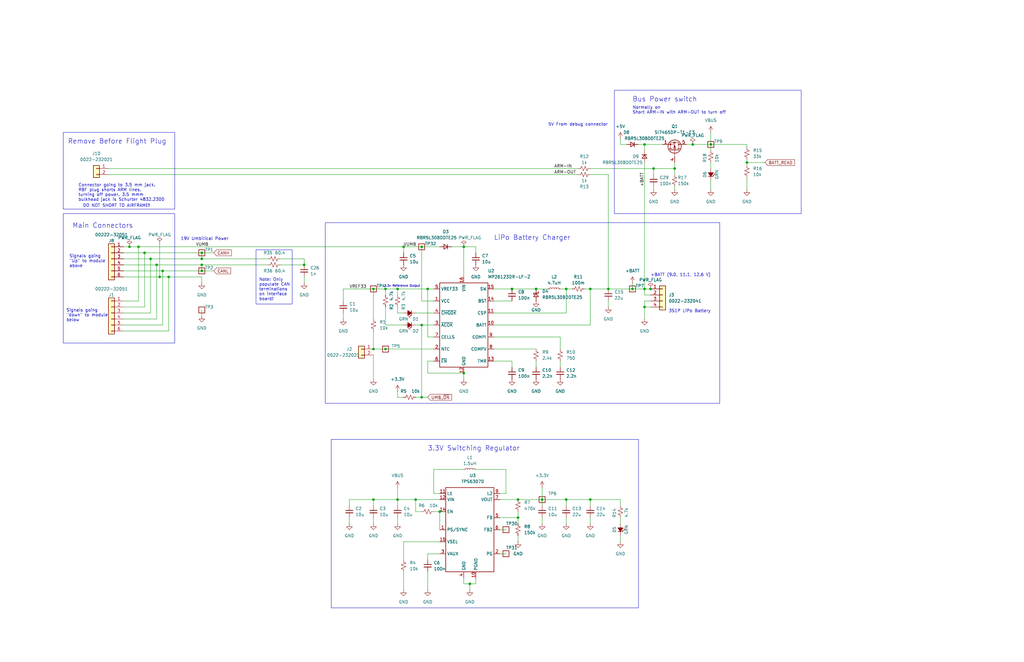
<source format=kicad_sch>
(kicad_sch (version 20250114) (generator "eeschema") (generator_version "9.0")
  (paper "USLedger")
  (title_block (title "Electromechanical Recovery System Board") (date "2024-03-XX") (rev "3.1"))
  (rectangle (start 259.08 38.1) (end 337.82 90.17))
  (rectangle (start 26.67 90.17) (end 73.66 144.78))
  (rectangle (start 107.95 105.41) (end 123.19 128.27))
  (rectangle (start 137.16 93.98) (end 303.53 170.18))
  (rectangle (start 26.67 55.88) (end 73.66 88.265))
  (text "3.3v Reference Output" (at 161.925 121.285 0) (effects (font (size 0.889 0.889)) (justify left bottom)))
  (text "Remove Before Flight Plug" (at 28.575 60.96 0) (effects (font (size 2.032 2.032)) (justify left bottom)))
  (text "3.3V Switching Regulator" (at 180.34 190.5 0) (effects (font (size 2.032 2.032)) (justify left bottom)))
  (text "Note: Only \npopulate CAN \nterminations\non interface\nboard!" (at 109.22 127 0) (effects (font (size 1.27 1.27)) (justify left bottom)))
  (text "19V Umbilical Power" (at 76.2 101.6 0) (effects (font (size 1.27 1.27)) (justify left bottom)))
  (text "Bus Power switch" (at 266.7 43.18 0) (effects (font (size 2.032 2.032)) (justify left bottom)))
  (text "DO NOT SHORT TO AIRFRAME!" (at 34.925 87.63 0) (effects (font (size 1.27 1.27)) (justify left bottom)))
  (text "3S1P LiPo Battery" (at 281.94 132.08 0) (effects (font (size 1.27 1.27)) (justify left bottom)))
  (text "5V From debug connector" (at 231.14 53.34 0) (effects (font (size 1.27 1.27)) (justify left bottom)))
  (text "+BATT (9.0, 11.1, 12.6 V)" (at 274.32 116.84 0) (effects (font (size 1.27 1.27)) (justify left bottom)))
  (text "Signals going \n\"Up\" to module \nabove" (at 29.21 113.03 0) (effects (font (size 1.27 1.27)) (justify left bottom)))
  (text "Normally on\nShort ARM-IN with ARM-OUT to turn off" (at 266.7 48.26 0) (effects (font (size 1.27 1.27)) (justify left bottom)))
  (text "Main Connectors" (at 30.48 96.52 0) (effects (font (size 2.032 2.032)) (justify left bottom)))
  (text "Connector going to 3.5 mm jack.\nRBF plug shorts ARM lines,\nturning off power. 3.5 mmm \nbulkhead jack is Schurter 4832.2300" (at 33.02 85.09 0) (effects (font (size 1.27 1.27)) (justify left bottom)))
  (text "Signals going \n\"down\" to module \nbelow" (at 27.94 135.89 0) (effects (font (size 1.27 1.27)) (justify left bottom)))
  (text "LiPo Battery Charger" (at 208.28 101.6 0) (effects (font (size 2.032 2.032)) (justify left bottom)))
  (junction (at 66.04 111.76))
  (junction (at 248.92 121.92))
  (junction (at 128.27 111.76))
  (junction (at 218.44 218.44))
  (junction (at 157.48 121.92))
  (junction (at 175.26 210.82))
  (junction (at 284.48 71.12))
  (junction (at 85.09 106.68))
  (junction (at 198.12 246.38))
  (junction (at 157.48 147.32))
  (junction (at 271.78 121.92))
  (junction (at 248.92 210.82))
  (junction (at 177.8 104.14))
  (junction (at 63.5 109.22))
  (junction (at 85.09 109.22))
  (junction (at 215.9 121.92))
  (junction (at 180.34 121.92))
  (junction (at 275.59 71.12))
  (junction (at 256.54 121.92))
  (junction (at 292.1 60.96))
  (junction (at 67.31 116.84))
  (junction (at 299.72 60.96))
  (junction (at 162.56 147.32))
  (junction (at 228.6 210.82))
  (junction (at 68.58 114.3))
  (junction (at 218.44 210.82))
  (junction (at 226.06 121.92))
  (junction (at 185.42 215.9))
  (junction (at 177.8 137.16))
  (junction (at 170.18 104.14))
  (junction (at 58.42 104.14))
  (junction (at 177.8 167.64))
  (junction (at 157.48 210.82))
  (junction (at 60.96 106.68))
  (junction (at 162.56 121.92))
  (junction (at 238.76 210.82))
  (junction (at 71.12 116.84))
  (junction (at 195.58 157.48))
  (junction (at 271.78 129.54))
  (junction (at 85.09 111.76))
  (junction (at 167.64 121.92))
  (junction (at 167.64 210.82))
  (junction (at 266.7 121.92))
  (junction (at 238.76 121.92))
  (junction (at 271.78 60.96))
  (junction (at 54.61 104.14))
  (junction (at 274.32 121.92))
  (junction (at 85.09 114.3))
  (junction (at 195.58 104.14))
  (junction (at 314.96 68.58))
  (wire (pts (xy 213.36 208.28) (xy 210.82 208.28)))
  (wire (pts (xy 170.18 228.6) (xy 170.18 236.22)))
  (wire (pts (xy 68.58 114.3) (xy 85.09 114.3)))
  (wire (pts (xy 218.44 226.06) (xy 218.44 228.6)))
  (wire (pts (xy 284.48 68.58) (xy 284.48 71.12)))
  (wire (pts (xy 180.34 233.68) (xy 185.42 233.68)))
  (wire (pts (xy 63.5 109.22) (xy 85.09 109.22)))
  (wire (pts (xy 210.82 223.52) (xy 213.36 223.52)))
  (wire (pts (xy 177.8 104.14) (xy 170.18 104.14)))
  (wire (pts (xy 256.54 121.92) (xy 266.7 121.92)))
  (wire (pts (xy 271.78 129.54) (xy 274.32 129.54)))
  (wire (pts (xy 177.8 137.16) (xy 182.88 137.16)))
  (wire (pts (xy 144.78 121.92) (xy 157.48 121.92)))
  (wire (pts (xy 198.12 246.38) (xy 195.58 246.38)))
  (wire (pts (xy 167.64 210.82) (xy 157.48 210.82)))
  (wire (pts (xy 236.22 121.92) (xy 238.76 121.92)))
  (wire (pts (xy 162.56 137.16) (xy 170.18 137.16)))
  (wire (pts (xy 238.76 210.82) (xy 228.6 210.82)))
  (wire (pts (xy 299.72 76.2) (xy 299.72 80.01)))
  (wire (pts (xy 66.04 134.62) (xy 66.04 111.76)))
  (wire (pts (xy 177.8 167.64) (xy 180.34 167.64)))
  (wire (pts (xy 175.26 215.9) (xy 175.26 210.82)))
  (wire (pts (xy 182.88 142.24) (xy 180.34 142.24)))
  (wire (pts (xy 190.5 104.14) (xy 195.58 104.14)))
  (wire (pts (xy 299.72 55.88) (xy 299.72 60.96)))
  (wire (pts (xy 157.48 139.7) (xy 157.48 147.32)))
  (wire (pts (xy 128.27 116.84) (xy 128.27 119.38)))
  (wire (pts (xy 271.78 121.92) (xy 274.32 121.92)))
  (wire (pts (xy 299.72 60.96) (xy 299.72 63.5)))
  (wire (pts (xy 248.92 73.66) (xy 256.54 73.66)))
  (wire (pts (xy 147.32 210.82) (xy 147.32 213.36)))
  (wire (pts (xy 208.28 121.92) (xy 215.9 121.92)))
  (wire (pts (xy 314.96 62.23) (xy 314.96 60.96)))
  (wire (pts (xy 144.78 127) (xy 144.78 121.92)))
  (wire (pts (xy 261.62 226.06) (xy 261.62 228.6)))
  (wire (pts (xy 198.12 246.38) (xy 200.66 246.38)))
  (wire (pts (xy 269.24 60.96) (xy 271.78 60.96)))
  (wire (pts (xy 67.31 102.87) (xy 67.31 116.84)))
  (wire (pts (xy 271.78 60.96) (xy 279.4 60.96)))
  (wire (pts (xy 175.26 167.64) (xy 177.8 167.64)))
  (wire (pts (xy 275.59 78.74) (xy 275.59 80.01)))
  (wire (pts (xy 256.54 127) (xy 256.54 129.54)))
  (wire (pts (xy 185.42 208.28) (xy 182.88 208.28)))
  (wire (pts (xy 314.96 74.93) (xy 314.96 80.01)))
  (wire (pts (xy 162.56 121.92) (xy 162.56 124.46)))
  (wire (pts (xy 226.06 121.92) (xy 231.14 121.92)))
  (wire (pts (xy 68.58 137.16) (xy 68.58 114.3)))
  (wire (pts (xy 52.07 139.7) (xy 71.12 139.7)))
  (wire (pts (xy 167.64 218.44) (xy 167.64 220.98)))
  (wire (pts (xy 170.18 241.3) (xy 170.18 248.92)))
  (wire (pts (xy 162.56 129.54) (xy 162.56 137.16)))
  (wire (pts (xy 226.06 152.4) (xy 226.06 154.94)))
  (wire (pts (xy 274.32 124.46) (xy 271.78 124.46)))
  (wire (pts (xy 52.07 132.08) (xy 63.5 132.08)))
  (wire (pts (xy 195.58 116.84) (xy 195.58 104.14)))
  (wire (pts (xy 63.5 132.08) (xy 63.5 109.22)))
  (polyline (pts (xy 269.24 256.54) (xy 139.7 256.54)))
  (wire (pts (xy 167.64 121.92) (xy 180.34 121.92)))
  (wire (pts (xy 175.26 210.82) (xy 185.42 210.82)))
  (wire (pts (xy 271.78 60.96) (xy 271.78 63.5)))
  (wire (pts (xy 60.96 129.54) (xy 60.96 106.68)))
  (wire (pts (xy 210.82 233.68) (xy 213.36 233.68)))
  (wire (pts (xy 180.34 121.92) (xy 182.88 121.92)))
  (wire (pts (xy 147.32 218.44) (xy 147.32 220.98)))
  (wire (pts (xy 185.42 228.6) (xy 170.18 228.6)))
  (wire (pts (xy 248.92 121.92) (xy 256.54 121.92)))
  (wire (pts (xy 200.66 104.14) (xy 200.66 106.68)))
  (wire (pts (xy 248.92 213.36) (xy 248.92 210.82)))
  (wire (pts (xy 275.59 71.12) (xy 275.59 73.66)))
  (wire (pts (xy 52.07 134.62) (xy 66.04 134.62)))
  (polyline (pts (xy 139.7 185.42) (xy 269.24 185.42)))
  (wire (pts (xy 248.92 210.82) (xy 261.62 210.82)))
  (wire (pts (xy 85.09 114.3) (xy 90.17 114.3)))
  (wire (pts (xy 45.72 71.12) (xy 243.84 71.12)))
  (wire (pts (xy 167.64 132.08) (xy 170.18 132.08)))
  (wire (pts (xy 71.12 116.84) (xy 85.09 116.84)))
  (wire (pts (xy 271.78 127) (xy 271.78 129.54)))
  (wire (pts (xy 289.56 60.96) (xy 292.1 60.96)))
  (wire (pts (xy 180.34 121.92) (xy 180.34 142.24)))
  (wire (pts (xy 180.34 157.48) (xy 195.58 157.48)))
  (wire (pts (xy 236.22 142.24) (xy 236.22 147.32)))
  (wire (pts (xy 215.9 121.92) (xy 226.06 121.92)))
  (wire (pts (xy 52.07 109.22) (xy 63.5 109.22)))
  (wire (pts (xy 177.8 104.14) (xy 177.8 127)))
  (wire (pts (xy 215.9 154.94) (xy 215.9 152.4)))
  (wire (pts (xy 180.34 152.4) (xy 180.34 157.48)))
  (wire (pts (xy 284.48 71.12) (xy 284.48 73.66)))
  (wire (pts (xy 238.76 121.92) (xy 238.76 132.08)))
  (wire (pts (xy 177.8 104.14) (xy 185.42 104.14)))
  (wire (pts (xy 208.28 147.32) (xy 226.06 147.32)))
  (wire (pts (xy 248.92 218.44) (xy 248.92 220.98)))
  (wire (pts (xy 218.44 210.82) (xy 210.82 210.82)))
  (wire (pts (xy 261.62 58.42) (xy 261.62 60.96)))
  (wire (pts (xy 52.07 106.68) (xy 60.96 106.68)))
  (wire (pts (xy 157.48 147.32) (xy 162.56 147.32)))
  (wire (pts (xy 271.78 124.46) (xy 271.78 121.92)))
  (wire (pts (xy 85.09 116.84) (xy 85.09 119.38)))
  (wire (pts (xy 52.07 104.14) (xy 54.61 104.14)))
  (wire (pts (xy 185.42 215.9) (xy 185.42 223.52)))
  (wire (pts (xy 261.62 210.82) (xy 261.62 213.36)))
  (wire (pts (xy 67.31 116.84) (xy 71.12 116.84)))
  (wire (pts (xy 248.92 137.16) (xy 208.28 137.16)))
  (wire (pts (xy 228.6 210.82) (xy 218.44 210.82)))
  (wire (pts (xy 208.28 142.24) (xy 236.22 142.24)))
  (wire (pts (xy 261.62 218.44) (xy 261.62 220.98)))
  (wire (pts (xy 256.54 73.66) (xy 256.54 121.92)))
  (wire (pts (xy 128.27 111.76) (xy 128.27 109.22)))
  (wire (pts (xy 71.12 139.7) (xy 71.12 116.84)))
  (wire (pts (xy 85.09 106.68) (xy 85.09 109.22)))
  (wire (pts (xy 45.72 73.66) (xy 243.84 73.66)))
  (wire (pts (xy 157.48 218.44) (xy 157.48 220.98)))
  (wire (pts (xy 218.44 218.44) (xy 218.44 215.9)))
  (wire (pts (xy 314.96 67.31) (xy 314.96 68.58)))
  (wire (pts (xy 167.64 129.54) (xy 167.64 132.08)))
  (wire (pts (xy 175.26 137.16) (xy 177.8 137.16)))
  (wire (pts (xy 85.09 130.81) (xy 85.09 133.35)))
  (wire (pts (xy 182.88 215.9) (xy 185.42 215.9)))
  (wire (pts (xy 128.27 109.22) (xy 118.11 109.22)))
  (wire (pts (xy 167.64 167.64) (xy 170.18 167.64)))
  (wire (pts (xy 292.1 60.96) (xy 299.72 60.96)))
  (wire (pts (xy 144.78 132.08) (xy 144.78 134.62)))
  (wire (pts (xy 274.32 127) (xy 271.78 127)))
  (wire (pts (xy 52.07 137.16) (xy 68.58 137.16)))
  (wire (pts (xy 208.28 127) (xy 215.9 127)))
  (wire (pts (xy 58.42 104.14) (xy 170.18 104.14)))
  (wire (pts (xy 52.07 116.84) (xy 67.31 116.84)))
  (wire (pts (xy 238.76 121.92) (xy 241.3 121.92)))
  (wire (pts (xy 167.64 210.82) (xy 175.26 210.82)))
  (wire (pts (xy 213.36 198.12) (xy 213.36 208.28)))
  (wire (pts (xy 248.92 71.12) (xy 275.59 71.12)))
  (wire (pts (xy 85.09 111.76) (xy 85.09 114.3)))
  (wire (pts (xy 238.76 213.36) (xy 238.76 210.82)))
  (wire (pts (xy 182.88 208.28) (xy 182.88 198.12)))
  (wire (pts (xy 299.72 60.96) (xy 314.96 60.96)))
  (wire (pts (xy 170.18 104.14) (xy 170.18 106.68)))
  (wire (pts (xy 271.78 68.58) (xy 271.78 121.92)))
  (wire (pts (xy 266.7 119.38) (xy 266.7 121.92)))
  (wire (pts (xy 195.58 104.14) (xy 200.66 104.14)))
  (wire (pts (xy 85.09 106.68) (xy 90.17 106.68)))
  (wire (pts (xy 66.04 111.76) (xy 85.09 111.76)))
  (wire (pts (xy 118.11 111.76) (xy 128.27 111.76)))
  (wire (pts (xy 195.58 157.48) (xy 195.58 160.02)))
  (wire (pts (xy 236.22 152.4) (xy 236.22 154.94)))
  (wire (pts (xy 167.64 121.92) (xy 167.64 124.46)))
  (wire (pts (xy 228.6 210.82) (xy 228.6 213.36)))
  (wire (pts (xy 238.76 132.08) (xy 208.28 132.08)))
  (wire (pts (xy 157.48 210.82) (xy 157.48 213.36)))
  (wire (pts (xy 284.48 78.74) (xy 284.48 80.01)))
  (wire (pts (xy 228.6 218.44) (xy 228.6 220.98)))
  (wire (pts (xy 167.64 205.74) (xy 167.64 210.82)))
  (wire (pts (xy 52.07 129.54) (xy 60.96 129.54)))
  (wire (pts (xy 58.42 127) (xy 52.07 127)))
  (wire (pts (xy 210.82 218.44) (xy 218.44 218.44)))
  (wire (pts (xy 180.34 241.3) (xy 180.34 248.92)))
  (wire (pts (xy 58.42 104.14) (xy 58.42 127)))
  (wire (pts (xy 261.62 60.96) (xy 264.16 60.96)))
  (wire (pts (xy 238.76 218.44) (xy 238.76 220.98)))
  (wire (pts (xy 195.58 243.84) (xy 195.58 246.38)))
  (wire (pts (xy 157.48 149.86) (xy 157.48 160.02)))
  (wire (pts (xy 182.88 198.12) (xy 195.58 198.12)))
  (wire (pts (xy 157.48 134.62) (xy 157.48 121.92)))
  (wire (pts (xy 157.48 121.92) (xy 162.56 121.92)))
  (wire (pts (xy 198.12 248.92) (xy 198.12 246.38)))
  (wire (pts (xy 52.07 114.3) (xy 68.58 114.3)))
  (wire (pts (xy 60.96 106.68) (xy 85.09 106.68)))
  (polyline (pts (xy 139.7 185.42) (xy 139.7 256.54)))
  (wire (pts (xy 200.66 198.12) (xy 213.36 198.12)))
  (wire (pts (xy 299.72 68.58) (xy 299.72 71.12)))
  (wire (pts (xy 85.09 109.22) (xy 113.03 109.22)))
  (wire (pts (xy 215.9 152.4) (xy 208.28 152.4)))
  (wire (pts (xy 162.56 147.32) (xy 182.88 147.32)))
  (wire (pts (xy 177.8 215.9) (xy 175.26 215.9)))
  (wire (pts (xy 167.64 210.82) (xy 167.64 213.36)))
  (wire (pts (xy 52.07 111.76) (xy 66.04 111.76)))
  (wire (pts (xy 182.88 127) (xy 177.8 127)))
  (wire (pts (xy 248.92 210.82) (xy 238.76 210.82)))
  (wire (pts (xy 54.61 104.14) (xy 58.42 104.14)))
  (wire (pts (xy 157.48 210.82) (xy 147.32 210.82)))
  (wire (pts (xy 314.96 68.58) (xy 322.58 68.58)))
  (wire (pts (xy 266.7 121.92) (xy 271.78 121.92)))
  (wire (pts (xy 162.56 121.92) (xy 167.64 121.92)))
  (wire (pts (xy 175.26 132.08) (xy 182.88 132.08)))
  (wire (pts (xy 228.6 205.74) (xy 228.6 210.82)))
  (polyline (pts (xy 269.24 185.42) (xy 269.24 256.54)))
  (wire (pts (xy 167.64 165.1) (xy 167.64 167.64)))
  (wire (pts (xy 85.09 111.76) (xy 113.03 111.76)))
  (wire (pts (xy 177.8 137.16) (xy 177.8 167.64)))
  (wire (pts (xy 218.44 218.44) (xy 218.44 220.98)))
  (wire (pts (xy 248.92 121.92) (xy 248.92 137.16)))
  (wire (pts (xy 246.38 121.92) (xy 248.92 121.92)))
  (wire (pts (xy 180.34 236.22) (xy 180.34 233.68)))
  (wire (pts (xy 275.59 71.12) (xy 284.48 71.12)))
  (wire (pts (xy 271.78 129.54) (xy 271.78 134.62)))
  (wire (pts (xy 200.66 243.84) (xy 200.66 246.38)))
  (wire (pts (xy 314.96 68.58) (xy 314.96 69.85)))
  (wire (pts (xy 182.88 152.4) (xy 180.34 152.4)))
  (label "VUMB" (at 82.55 104.14 0))
  (label "VUMB" (at 170.18 104.14 0))
  (label "VREF33" (at 147.32 121.92 0))
  (label "ARM-OUT" (at 233.68 73.66 0))
  (label "ARM-IN" (at 233.68 71.12 0))
  (label "+BATT" (at 271.78 78.74 90))
  (global_label "CANH" (shape input) (at 90.17 106.68 0) (property "Intersheetrefs" "${INTERSHEET_REFS}" (effects (hide yes))))
  (global_label "CANL" (shape input) (at 90.17 114.3 0) (property "Intersheetrefs" "${INTERSHEET_REFS}" (effects (hide yes))))
  (global_label "UMB_~{ON}" (shape input) (at 180.34 167.64 0) (property "Intersheetrefs" "${INTERSHEET_REFS}" (effects (hide yes))))
  (global_label "BATT_READ" (shape input) (at 322.58 68.58 0) (property "Intersheetrefs" "${INTERSHEET_REFS}" (effects (hide yes))))
  (symbol (lib_id "Device:C_Small") (at 236.22 157.48 0) (unit 1)
    (property "Reference" "C12" (at 238.76 156.2162 0) (effects (justify left)))
    (property "Value" "2.2n" (at 238.76 158.7562 0) (effects (justify left)))
    (property "Footprint" "Capacitor_SMD:C_0603_1608Metric" (effects (hide yes)))
    (property "Description" "CAP CER 2200PF 50V X7R 0603" (effects (hide yes)))
    (property "DPN" "1276-6530-1-ND" (effects (hide yes)))
    (property "DST" "DigiKey" (effects (hide yes)))
    (property "MFR" "Samsung Microelectronics" (effects (hide yes)))
    (property "MPN" "CL10B222KB8WPNC" (effects (hide yes)))
  )
  (symbol (lib_id "power:GND") (at 299.72 80.01 0) (unit 1)
    (property "Reference" "#PWR031" (effects (hide yes)))
    (property "Value" "GND" (at 299.72 85.09 0))
    (property "Description" "Power symbol creates a global label with name \"GND\" , ground" (effects (hide yes)))
  )
  (symbol (lib_id "Device:C_Small") (at 228.6 215.9 0) (unit 1)
    (property "Reference" "C11" (at 231.14 214.6362 0) (effects (justify left)))
    (property "Value" "10u" (at 231.14 217.1762 0) (effects (justify left)))
    (property "Footprint" "Capacitor_SMD:C_0603_1608Metric" (effects (hide yes)))
    (property "Description" "CAP CER 10UF 25V X5R 0603" (effects (hide yes)))
    (property "DPN" "490-12323-1-ND" (effects (hide yes)))
    (property "DST" "DigiKey" (effects (hide yes)))
    (property "MFR" "Murata" (effects (hide yes)))
    (property "MPN" "GRT188R61E106ME13D" (effects (hide yes)))
  )
  (symbol (lib_id "power:GND") (at 157.48 220.98 0) (unit 1)
    (property "Reference" "#PWR04" (effects (hide yes)))
    (property "Value" "GND" (at 157.48 226.06 0))
    (property "Description" "Power symbol creates a global label with name \"GND\" , ground" (effects (hide yes)))
  )
  (symbol (lib_id "psas-testpoint:Test-Point") (at 85.09 114.3 0) (unit 1) (in_bom no)
    (property "Reference" "TP2" (at 86.36 113.03 0) (effects (justify left)))
    (property "Value" "Test-Point" (effects (hide yes)))
    (property "Footprint" "psas-footprints:TP-through-hole-1X01" (effects (hide yes)))
  )
  (symbol (lib_id "power:GND") (at 275.59 80.01 0) (unit 1)
    (property "Reference" "#PWR06" (effects (hide yes)))
    (property "Value" "GND" (at 275.59 85.09 0))
    (property "Description" "Power symbol creates a global label with name \"GND\" , ground" (effects (hide yes)))
  )
  (symbol (lib_id "Connector_Generic:Conn_01x06") (at 46.99 109.22 0) (mirror y) (unit 1)
    (property "Reference" "J8" (at 46.99 101.6 0))
    (property "Value" "00222-32051" (at 46.99 99.06 0))
    (property "Footprint" "Connector_Molex:Molex_KK-254_AE-6410-06A_1x06_P2.54mm_Vertical" (effects (hide yes)))
    (property "Datasheet" "https://www.molex.com/pdm_docs/sd/022232061_sd.pdf" (effects (hide yes)))
    (property "Description" "CONN HEADER VERT 6POS 2.54MM HIGH PRESSURE" (effects (hide yes)))
    (property "DPN" "WM4204-ND" (effects (hide yes)))
    (property "DST" "DigiKey" (effects (hide yes)))
    (property "MFR" "Molex" (effects (hide yes)))
    (property "MPN" "22232061" (effects (hide yes)))
  )
  (symbol (lib_id "power:GND") (at 226.06 160.02 0) (unit 1)
    (property "Reference" "#PWR018" (effects (hide yes)))
    (property "Value" "GND" (at 226.06 165.1 0))
    (property "Description" "Power symbol creates a global label with name \"GND\" , ground" (effects (hide yes)))
  )
  (symbol (lib_id "Device:LED_Small_Filled") (at 172.72 137.16 180) (unit 1)
    (property "Reference" "D2" (at 175.26 139.7 0))
    (property "Value" "GRN" (at 170.18 139.7 0))
    (property "Footprint" "LED_SMD:LED_0603_1608Metric" (effects (hide yes)))
    (property "Datasheet" "https://www.we-online.com/components/products/datasheet/150060GS75000.pdf" (effects (hide yes)))
    (property "Description" "Green 520nm LED Indication - Discrete 3.2V 0603 (1608 Metric) - 430 mcd @ 20 mA" (effects (hide yes)))
    (property "DPN" "732-4971-1-ND" (effects (hide yes)))
    (property "DST" "DigiKey" (effects (hide yes)))
    (property "MFR" "Wurth" (effects (hide yes)))
    (property "MPN" "150060GS75000" (effects (hide yes)))
  )
  (symbol (lib_id "power:GND") (at 228.6 220.98 0) (unit 1)
    (property "Reference" "#PWR020" (effects (hide yes)))
    (property "Value" "GND" (at 228.6 226.06 0))
    (property "Description" "Power symbol creates a global label with name \"GND\" , ground" (effects (hide yes)))
  )
  (symbol (lib_id "Device:R_Small_US") (at 246.38 71.12 90) (unit 1)
    (property "Reference" "R12" (at 246.38 66.04 90))
    (property "Value" "1k" (at 246.38 68.58 90))
    (property "Footprint" "Resistor_SMD:R_0603_1608Metric" (effects (hide yes)))
    (property "Description" "RES 1K OHM 1% 1/10W 0603" (effects (hide yes)))
    (property "DPN" "311-1.00KHRCT-ND" (effects (hide yes)))
    (property "DST" "DigiKey" (effects (hide yes)))
    (property "MFR" "Yageo" (effects (hide yes)))
    (property "MPN" "RC0603FR-071KL" (effects (hide yes)))
  )
  (symbol (lib_id "power:GND") (at 180.34 248.92 0) (unit 1)
    (property "Reference" "#PWR011" (effects (hide yes)))
    (property "Value" "GND" (at 180.34 254 0))
    (property "Description" "Power symbol creates a global label with name \"GND\" , ground" (effects (hide yes)))
  )
  (symbol (lib_id "Device:R_Small_US") (at 261.62 215.9 0) (unit 1)
    (property "Reference" "R14" (at 259.08 218.44 90) (effects (justify left)))
    (property "Value" "4.7k" (at 264.16 218.44 90) (effects (justify left)))
    (property "Footprint" "Resistor_SMD:R_0603_1608Metric" (effects (hide yes)))
    (property "Description" "RES 4.7K OHM 1% 1/10W 0603" (effects (hide yes)))
    (property "DPN" "311-4.70KHRCT-ND" (effects (hide yes)))
    (property "DST" "DigiKey" (effects (hide yes)))
    (property "MFR" "Yageo" (effects (hide yes)))
    (property "MPN" "RC0603FR-074K7L" (effects (hide yes)))
  )
  (symbol (lib_id "power:GND") (at 226.06 127 0) (unit 1)
    (property "Reference" "#PWR017" (effects (hide yes)))
    (property "Value" "GND" (at 226.06 130.81 0))
    (property "Description" "Power symbol creates a global label with name \"GND\" , ground" (effects (hide yes)))
  )
  (symbol (lib_id "psas-testpoint:Test-Point") (at 157.48 121.92 0) (unit 1) (in_bom no)
    (property "Reference" "TP4" (at 158.75 120.65 0) (effects (justify left)))
    (property "Value" "Test-Point" (effects (hide yes)))
    (property "Footprint" "psas-footprints:TP-through-hole-1X01" (effects (hide yes)))
  )
  (symbol (lib_id "power:GND") (at 261.62 228.6 0) (unit 1)
    (property "Reference" "#PWR025" (effects (hide yes)))
    (property "Value" "GND" (at 261.62 233.68 0))
    (property "Description" "Power symbol creates a global label with name \"GND\" , ground" (effects (hide yes)))
  )
  (symbol (lib_id "power:GND") (at 271.78 134.62 0) (unit 1)
    (property "Reference" "#PWR028" (effects (hide yes)))
    (property "Value" "GND" (at 271.78 139.7 0))
    (property "Description" "Power symbol creates a global label with name \"GND\" , ground" (effects (hide yes)))
  )
  (symbol (lib_id "Device:R_Small_US") (at 314.96 64.77 0) (unit 1)
    (property "Reference" "R15" (at 317.5 63.4999 0) (effects (justify left)))
    (property "Value" "33k" (at 317.5 66.0399 0) (effects (justify left)))
    (property "Footprint" "Resistor_SMD:R_0603_1608Metric" (effects (hide yes)))
    (property "Description" "RES 33K OHM 1% 1/10W 0603" (effects (hide yes)))
    (property "DPN" "311-33.0KHRCT-ND" (effects (hide yes)))
    (property "DST" "DigiKey" (effects (hide yes)))
    (property "MFR" "Yageo" (effects (hide yes)))
    (property "MPN" "RC0603FR-0733KL" (effects (hide yes)))
  )
  (symbol (lib_id "Device:D_Small") (at 266.7 60.96 180) (unit 1)
    (property "Reference" "D8" (at 264.16 55.88 0))
    (property "Value" "RBR5L30BDDTE25" (at 271.78 58.42 0))
    (property "Footprint" "Diode_SMD:D_SMA" (effects (hide yes)))
    (property "Datasheet" "https://www.rohm.com/datasheet?p=RBR5L30BDD&dist=Digi-key&media=referral&source=digi-key.com&campaign=Digi-key" (effects (hide yes)))
    (property "Description" "DIODE SCHOTTKY 30V 5A PMDS" (effects (hide yes)))
    (property "DPN" "846-RBR5L30BDDTE25CT-ND" (effects (hide yes)))
    (property "DST" "DigiKey" (effects (hide yes)))
    (property "MFR" "Rohm" (effects (hide yes)))
    (property "MPN" "RBR5L30BDDTE25" (effects (hide yes)))
    (property "Sim.Device" "D" (effects (hide yes)))
    (property "Sim.Pins" "1=K 2=A" (effects (hide yes)))
  )
  (symbol (lib_id "power:PWR_FLAG") (at 292.1 60.96 0) (unit 1)
    (property "Reference" "#FLG0104" (effects (hide yes)))
    (property "Value" "PWR_FLAG" (at 292.1 57.15 0))
    (property "Description" "Special symbol for telling ERC where power comes from" (effects (hide yes)))
  )
  (symbol (lib_id "power:PWR_FLAG") (at 274.32 121.92 0) (unit 1)
    (property "Reference" "#FLG0102" (effects (hide yes)))
    (property "Value" "PWR_FLAG" (at 274.32 118.11 0))
    (property "Description" "Special symbol for telling ERC where power comes from" (effects (hide yes)))
  )
  (symbol (lib_id "power:GND") (at 248.92 220.98 0) (unit 1)
    (property "Reference" "#PWR023" (effects (hide yes)))
    (property "Value" "GND" (at 248.92 226.06 0))
    (property "Description" "Power symbol creates a global label with name \"GND\" , ground" (effects (hide yes)))
  )
  (symbol (lib_id "power:GND") (at 236.22 160.02 0) (unit 1)
    (property "Reference" "#PWR021" (effects (hide yes)))
    (property "Value" "GND" (at 236.22 165.1 0))
    (property "Description" "Power symbol creates a global label with name \"GND\" , ground" (effects (hide yes)))
  )
  (symbol (lib_id "Device:R_Small_US") (at 284.48 76.2 0) (unit 1)
    (property "Reference" "R17" (at 285.75 74.93 0) (effects (justify left)))
    (property "Value" "150k" (at 285.75 77.47 0) (effects (justify left)))
    (property "Footprint" "Resistor_SMD:R_0603_1608Metric" (effects (hide yes)))
    (property "Description" "RES 150K OHM 1% 1/10W 0603" (effects (hide yes)))
    (property "DPN" "311-150KHRCT-ND" (effects (hide yes)))
    (property "DST" "DigiKey" (effects (hide yes)))
    (property "MFR" "Yageo" (effects (hide yes)))
    (property "MPN" "RC0603FR-07150KL" (effects (hide yes)))
  )
  (symbol (lib_id "Device:L_Small") (at 233.68 121.92 90) (unit 1)
    (property "Reference" "L2" (at 233.68 116.84 90))
    (property "Value" "4.7uH" (at 233.68 119.38 90))
    (property "Footprint" "Inductor_SMD:L_Vishay_IHLP-2020" (effects (hide yes)))
    (property "Datasheet" "https://www.vishay.com/docs/34261/ihlp2020bz11.pdf" (effects (hide yes)))
    (property "Description" "FIXED IND 4.7UH 3.2A 81.3MOHM SM" (effects (hide yes)))
    (property "MPN" "IHLP2020BZER4R7M11" (effects (hide yes)))
    (property "DPN" "541-1222-1-ND" (effects (hide yes)))
    (property "DST" "DigiKey" (effects (hide yes)))
    (property "MFR" "Vishay" (effects (hide yes)))
  )
  (symbol (lib_id "Device:R_Small_US") (at 226.06 149.86 0) (unit 1)
    (property "Reference" "R9" (at 228.6 148.5899 0) (effects (justify left)))
    (property "Value" "2.4k" (at 228.6 151.1299 0) (effects (justify left)))
    (property "Footprint" "Resistor_SMD:R_0603_1608Metric" (effects (hide yes)))
    (property "Description" "RES 2.4K OHM 1% 1/10W 0603" (effects (hide yes)))
    (property "DPN" "311-2.40KHRCT-ND" (effects (hide yes)))
    (property "DST" "DigiKey" (effects (hide yes)))
    (property "MFR" "Yageo" (effects (hide yes)))
    (property "MPN" "RC0603FR-072K4L" (effects (hide yes)))
  )
  (symbol (lib_id "psas-testpoint:Test-Point") (at 299.72 60.96 0) (unit 1) (in_bom no)
    (property "Reference" "TP9" (at 300.99 59.69 0) (effects (justify left)))
    (property "Value" "Test-Point" (effects (hide yes)))
    (property "Footprint" "psas-footprints:TP-through-hole-1X01" (effects (hide yes)))
  )
  (symbol (lib_id "power:+5V") (at 261.62 58.42 0) (unit 1)
    (property "Reference" "#PWR0103" (effects (hide yes)))
    (property "Value" "+5V" (at 261.62 53.34 0))
    (property "Description" "Power symbol creates a global label with name \"+5V\"" (effects (hide yes)))
  )
  (symbol (lib_id "Device:R_Small_US") (at 170.18 238.76 0) (unit 1)
    (property "Reference" "R4" (at 172.72 237.4899 0) (effects (justify left)))
    (property "Value" "10k" (at 172.72 240.0299 0) (effects (justify left)))
    (property "Footprint" "Resistor_SMD:R_0603_1608Metric" (effects (hide yes)))
    (property "Description" "RES 10K OHM 1% 1/10W 0603" (effects (hide yes)))
    (property "DPN" "311-10.0KHRCT-ND" (effects (hide yes)))
    (property "DST" "DigiKey" (effects (hide yes)))
    (property "MFR" "Yageo" (effects (hide yes)))
    (property "MPN" "RC0603FR-0710KL" (effects (hide yes)))
  )
  (symbol (lib_id "power:GND") (at 157.48 160.02 0) (unit 1)
    (property "Reference" "#PWR05" (effects (hide yes)))
    (property "Value" "GND" (at 157.48 165.1 0))
    (property "Description" "Power symbol creates a global label with name \"GND\" , ground" (effects (hide yes)))
  )
  (symbol (lib_id "Device:R_Small_US") (at 299.72 66.04 0) (unit 1)
    (property "Reference" "R18" (at 297.18 68.58 90) (effects (justify left)))
    (property "Value" "10k" (at 302.26 68.58 90) (effects (justify left)))
    (property "Footprint" "Resistor_SMD:R_0603_1608Metric" (effects (hide yes)))
    (property "Description" "RES 10K OHM 1% 1/10W 0603" (effects (hide yes)))
    (property "DPN" "311-10.0KHRCT-ND" (effects (hide yes)))
    (property "DST" "DigiKey" (effects (hide yes)))
    (property "MFR" "Yageo" (effects (hide yes)))
    (property "MPN" "RC0603FR-0710KL" (effects (hide yes)))
  )
  (symbol (lib_id "Device:C_Small") (at 275.59 76.2 0) (unit 1)
    (property "Reference" "C29" (at 278.13 74.9362 0) (effects (justify left)))
    (property "Value" "100n" (at 278.13 77.4762 0) (effects (justify left)))
    (property "Footprint" "Capacitor_SMD:C_0603_1608Metric" (effects (hide yes)))
    (property "Description" "CAP CER 0.1UF 50V X7R 0603" (effects (hide yes)))
    (property "DPN" "1276-6854-1-ND" (effects (hide yes)))
    (property "DST" "DigiKey" (effects (hide yes)))
    (property "MFR" "Samsung Microelectronics" (effects (hide yes)))
    (property "MPN" "CL10B104KB8WPNC" (effects (hide yes)))
  )
  (symbol (lib_id "power:GND") (at 218.44 228.6 0) (unit 1)
    (property "Reference" "#PWR016" (effects (hide yes)))
    (property "Value" "GND" (at 218.44 233.68 0))
    (property "Description" "Power symbol creates a global label with name \"GND\" , ground" (effects (hide yes)))
  )
  (symbol (lib_id "Device:C_Small") (at 144.78 129.54 0) (unit 1)
    (property "Reference" "C1" (at 147.32 128.2762 0) (effects (justify left)))
    (property "Value" "10u" (at 147.32 130.8162 0) (effects (justify left)))
    (property "Footprint" "Capacitor_SMD:C_0805_2012Metric" (effects (hide yes)))
    (property "Description" "CAP CER 10UF 50V X5R 0805" (effects (hide yes)))
    (property "DPN" "490-18663-1-ND" (effects (hide yes)))
    (property "DST" "DigiKey" (effects (hide yes)))
    (property "MFR" "Murata" (effects (hide yes)))
    (property "MPN" "GRM21BR61H106KE43L" (effects (hide yes)))
  )
  (symbol (lib_id "psas-testpoint:Test-Point") (at 85.09 106.68 0) (unit 1) (in_bom no)
    (property "Reference" "TP1" (at 86.36 105.41 0) (effects (justify left)))
    (property "Value" "Test-Point" (effects (hide yes)))
    (property "Footprint" "psas-footprints:TP-through-hole-1X01" (effects (hide yes)))
  )
  (symbol (lib_id "Device:C_Small") (at 256.54 124.46 0) (unit 1)
    (property "Reference" "C15" (at 259.08 123.1962 0) (effects (justify left)))
    (property "Value" "22u" (at 259.08 125.7362 0) (effects (justify left)))
    (property "Footprint" "Capacitor_SMD:C_0805_2012Metric" (effects (hide yes)))
    (property "Description" "CAP CER 22UF 25V X5R 0805" (effects (hide yes)))
    (property "MPN" "GRT21BR61E226ME13L" (effects (hide yes)))
    (property "DPN" "490-12389-1-ND" (effects (hide yes)))
    (property "DST" "DigiKey" (effects (hide yes)))
    (property "MFR" "Murata" (effects (hide yes)))
  )
  (symbol (lib_id "Transistor_FET:Si7141DP") (at 284.48 63.5 270) (mirror x) (unit 1)
    (property "Reference" "Q1" (at 284.48 53.34 90))
    (property "Value" "SI7465DP-T1-E3" (at 284.48 55.88 90))
    (property "Footprint" "psas-footprints:PowerPAK_SO-8_Single" (effects (hide yes)))
    (property "Datasheet" "https://www.vishay.com/docs/73113/73113.pdf" (effects (hide yes)))
    (property "Description" "MOSFET P-CH 20V 60A PPAK SO-8" (effects (hide yes)))
    (property "DPN" "SI7141DP-T1-GE3CT-ND" (effects (hide yes)))
    (property "DST" "DigiKey" (effects (hide yes)))
    (property "MFR" "Vishay" (effects (hide yes)))
    (property "MPN" "SI7141DP-T1-GE3" (effects (hide yes)))
  )
  (symbol (lib_id "Connector_Generic:Conn_01x04") (at 279.4 124.46 0) (unit 1)
    (property "Reference" "J3" (at 281.94 124.4599 0) (effects (justify left)))
    (property "Value" "0022-232041" (at 281.94 126.9999 0) (effects (justify left)))
    (property "Footprint" "Connector_Molex:Molex_KK-254_AE-6410-04A_1x04_P2.54mm_Vertical" (effects (hide yes)))
    (property "Datasheet" "https://www.molex.com/en-us/products/part-detail/22232041?display=pdf" (effects (hide yes)))
    (property "Description" "CONN HEADER VERT 4POS 2.54MM HIGH PRESSURE" (effects (hide yes)))
    (property "DPN" "WM4202-ND" (effects (hide yes)))
    (property "DST" "DigiKey" (effects (hide yes)))
    (property "MFR" "Molex" (effects (hide yes)))
    (property "MPN" "22232041" (effects (hide yes)))
  )
  (symbol (lib_id "Device:C_Small") (at 167.64 215.9 0) (unit 1)
    (property "Reference" "C4" (at 170.18 214.6362 0) (effects (justify left)))
    (property "Value" "10u" (at 170.18 217.1762 0) (effects (justify left)))
    (property "Footprint" "Capacitor_SMD:C_0603_1608Metric" (effects (hide yes)))
    (property "Description" "CAP CER 10UF 25V X5R 0603" (effects (hide yes)))
    (property "DPN" "490-12323-1-ND" (effects (hide yes)))
    (property "DST" "DigiKey" (effects (hide yes)))
    (property "MFR" "Murata" (effects (hide yes)))
    (property "MPN" "GRT188R61E106ME13D" (effects (hide yes)))
  )
  (symbol (lib_id "Device:C_Small") (at 248.92 215.9 0) (unit 1)
    (property "Reference" "C14" (at 251.46 214.6362 0) (effects (justify left)))
    (property "Value" "22u" (at 251.46 217.1762 0) (effects (justify left)))
    (property "Footprint" "Capacitor_SMD:C_0805_2012Metric" (effects (hide yes)))
    (property "Description" "CAP CER 22UF 25V X5R 0805" (effects (hide yes)))
    (property "MPN" "GRT21BR61E226ME13L" (effects (hide yes)))
    (property "DPN" "490-12389-1-ND" (effects (hide yes)))
    (property "DST" "DigiKey" (effects (hide yes)))
    (property "MFR" "Murata" (effects (hide yes)))
  )
  (symbol (lib_id "Device:LED_Small_Filled") (at 261.62 223.52 270) (mirror x) (unit 1)
    (property "Reference" "D5" (at 259.08 223.52 0))
    (property "Value" "GRN" (at 264.16 223.52 0))
    (property "Footprint" "LED_SMD:LED_0603_1608Metric" (effects (hide yes)))
    (property "Datasheet" "https://www.we-online.com/components/products/datasheet/150060GS75000.pdf" (effects (hide yes)))
    (property "Description" "Green 520nm LED Indication - Discrete 3.2V 0603 (1608 Metric) - 430 mcd @ 20 mA" (effects (hide yes)))
    (property "DPN" "732-4971-1-ND" (effects (hide yes)))
    (property "DST" "DigiKey" (effects (hide yes)))
    (property "MFR" "Wurth" (effects (hide yes)))
    (property "MPN" "150060GS75000" (effects (hide yes)))
  )
  (symbol (lib_id "power:PWR_FLAG") (at 195.58 104.14 0) (unit 1)
    (property "Reference" "#FLG0105" (effects (hide yes)))
    (property "Value" "PWR_FLAG" (at 198.12 100.33 0))
    (property "Description" "Special symbol for telling ERC where power comes from" (effects (hide yes)))
  )
  (symbol (lib_id "Device:R_Small_US") (at 314.96 72.39 0) (unit 1)
    (property "Reference" "R16" (at 317.5 71.1199 0) (effects (justify left)))
    (property "Value" "10k" (at 317.5 73.6599 0) (effects (justify left)))
    (property "Footprint" "Resistor_SMD:R_0603_1608Metric" (effects (hide yes)))
    (property "Description" "RES 10K OHM 1% 1/10W 0603" (effects (hide yes)))
    (property "DPN" "311-10.0KHRCT-ND" (effects (hide yes)))
    (property "DST" "DigiKey" (effects (hide yes)))
    (property "MFR" "Yageo" (effects (hide yes)))
    (property "MPN" "RC0603FR-0710KL" (effects (hide yes)))
  )
  (symbol (lib_id "power:+3.3V") (at 228.6 205.74 0) (unit 1)
    (property "Reference" "#PWR019" (effects (hide yes)))
    (property "Value" "+3.3V" (at 228.6 200.66 0))
    (property "Description" "Power symbol creates a global label with name \"+3.3V\"" (effects (hide yes)))
  )
  (symbol (lib_id "Device:R_Small_US") (at 218.44 223.52 0) (unit 1)
    (property "Reference" "R8" (at 220.98 222.2499 0) (effects (justify left)))
    (property "Value" "150k" (at 220.98 224.7899 0) (effects (justify left)))
    (property "Footprint" "Resistor_SMD:R_0603_1608Metric" (effects (hide yes)))
    (property "Description" "RES 150K OHM 1% 1/10W 0603" (effects (hide yes)))
    (property "DPN" "311-150KHRCT-ND" (effects (hide yes)))
    (property "DST" "DigiKey" (effects (hide yes)))
    (property "MFR" "Yageo" (effects (hide yes)))
    (property "MPN" "RC0603FR-07150KL" (effects (hide yes)))
  )
  (symbol (lib_id "Connector_Generic:Conn_01x02") (at 152.4 147.32 0) (mirror y) (unit 1)
    (property "Reference" "J2" (at 147.32 147.32 0))
    (property "Value" "0022-232021" (at 144.78 149.86 0))
    (property "Footprint" "Connector_Molex:Molex_KK-254_AE-6410-02A_1x02_P2.54mm_Vertical" (effects (hide yes)))
    (property "Datasheet" "https://www.molex.com/webdocs/datasheets/pdf/en-us//0022232021_PCB_HEADERS.pdf" (effects (hide yes)))
    (property "Description" "CONN HEADER VERT 2POS 2.54MM HIGH PRESSURE" (effects (hide yes)))
    (property "DPN" "900-0022232021-ND" (effects (hide yes)))
    (property "DST" "DigiKey" (effects (hide yes)))
    (property "MFR" "Molex" (effects (hide yes)))
    (property "MPN" "22232021" (effects (hide yes)))
  )
  (symbol (lib_id "Device:C_Small") (at 128.27 114.3 0) (unit 1)
    (property "Reference" "C26" (at 130.81 113.0362 0) (effects (justify left)))
    (property "Value" "1n" (at 130.81 115.5762 0) (effects (justify left)))
    (property "Footprint" "Capacitor_SMD:C_0603_1608Metric" (effects (hide yes)))
    (property "Description" "CAP CER 1000PF 50V X7R 0603" (effects (hide yes)))
    (property "DPN" "1276-6991-1-ND" (effects (hide yes)))
    (property "DST" "DigiKey" (effects (hide yes)))
    (property "MFR" "Samsung Microelectronics" (effects (hide yes)))
    (property "MPN" "CL10B102KB85PNL" (effects (hide yes)))
  )
  (symbol (lib_id "Device:C_Small") (at 238.76 215.9 0) (unit 1)
    (property "Reference" "C13" (at 241.3 214.6362 0) (effects (justify left)))
    (property "Value" "22u" (at 241.3 217.1762 0) (effects (justify left)))
    (property "Footprint" "Capacitor_SMD:C_0805_2012Metric" (effects (hide yes)))
    (property "Description" "CAP CER 22UF 25V X5R 0805" (effects (hide yes)))
    (property "MPN" "GRT21BR61E226ME13L" (effects (hide yes)))
    (property "DPN" "490-12389-1-ND" (effects (hide yes)))
    (property "DST" "DigiKey" (effects (hide yes)))
    (property "MFR" "Murata" (effects (hide yes)))
  )
  (symbol (lib_id "psas-power:VBUS") (at 299.72 55.88 0) (unit 1)
    (property "Reference" "#VBUS0101" (effects (hide yes)))
    (property "Value" "VBUS" (at 299.72 50.8 0))
    (property "Description" "Power symbol creates a global label with name \"VBUS\"" (effects (hide yes)))
  )
  (symbol (lib_id "Device:R_Small_US") (at 180.34 215.9 90) (unit 1)
    (property "Reference" "R6" (at 177.8 213.36 90))
    (property "Value" "10k" (at 182.88 213.36 90))
    (property "Footprint" "Resistor_SMD:R_0603_1608Metric" (effects (hide yes)))
    (property "Description" "RES 10K OHM 1% 1/10W 0603" (effects (hide yes)))
    (property "DPN" "311-10.0KHRCT-ND" (effects (hide yes)))
    (property "DST" "DigiKey" (effects (hide yes)))
    (property "MFR" "Yageo" (effects (hide yes)))
    (property "MPN" "RC0603FR-0710KL" (effects (hide yes)))
  )
  (symbol (lib_id "Device:R_Small_US") (at 218.44 213.36 0) (unit 1)
    (property "Reference" "R7" (at 220.98 212.0899 0) (effects (justify left)))
    (property "Value" "470k" (at 220.98 214.6299 0) (effects (justify left)))
    (property "Footprint" "Resistor_SMD:R_0603_1608Metric" (effects (hide yes)))
    (property "Description" "RES 470K OHM 1% 1/10W 0603" (effects (hide yes)))
    (property "DPN" "311-470KHRCT-ND" (effects (hide yes)))
    (property "DST" "DigiKey" (effects (hide yes)))
    (property "MFR" "Yageo" (effects (hide yes)))
    (property "MPN" "RC0603FR-07470KL" (effects (hide yes)))
  )
  (symbol (lib_id "Device:R_Small_US") (at 172.72 167.64 90) (unit 1)
    (property "Reference" "R5" (at 170.18 165.1 90))
    (property "Value" "10k" (at 175.26 165.1 90))
    (property "Footprint" "Resistor_SMD:R_0603_1608Metric" (effects (hide yes)))
    (property "Description" "RES 10K OHM 1% 1/10W 0603" (effects (hide yes)))
    (property "DPN" "311-10.0KHRCT-ND" (effects (hide yes)))
    (property "DST" "DigiKey" (effects (hide yes)))
    (property "MFR" "Yageo" (effects (hide yes)))
    (property "MPN" "RC0603FR-0710KL" (effects (hide yes)))
  )
  (symbol (lib_id "power:GND") (at 198.12 248.92 0) (unit 1)
    (property "Reference" "#PWR013" (effects (hide yes)))
    (property "Value" "GND" (at 198.12 254 0))
    (property "Description" "Power symbol creates a global label with name \"GND\" , ground" (effects (hide yes)))
  )
  (symbol (lib_id "power:GND") (at 314.96 80.01 0) (unit 1)
    (property "Reference" "#PWR027" (effects (hide yes)))
    (property "Value" "GND" (at 314.96 85.09 0))
    (property "Description" "Power symbol creates a global label with name \"GND\" , ground" (effects (hide yes)))
  )
  (symbol (lib_id "Device:L_Small") (at 198.12 198.12 90) (unit 1)
    (property "Reference" "L1" (at 198.12 193.04 90))
    (property "Value" "1.5uH" (at 198.12 195.58 90))
    (property "Footprint" "Inductor_SMD:L_Vishay_IHLP-2020" (effects (hide yes)))
    (property "Datasheet" "https://www.vishay.com/docs/34260/ihlp2020cz11.pdf" (effects (hide yes)))
    (property "Description" "FIXED IND 1.5UH 7.5A 18.5MOHM SM" (effects (hide yes)))
    (property "MPN" "IHLP2020CZER1R5M11" (effects (hide yes)))
    (property "DPN" "541-1235-1-ND" (effects (hide yes)))
    (property "DST" "DigiKey" (effects (hide yes)))
    (property "MFR" "Vishay" (effects (hide yes)))
  )
  (symbol (lib_id "power:GND") (at 147.32 220.98 0) (unit 1)
    (property "Reference" "#PWR03" (effects (hide yes)))
    (property "Value" "GND" (at 147.32 226.06 0))
    (property "Description" "Power symbol creates a global label with name \"GND\" , ground" (effects (hide yes)))
  )
  (symbol (lib_id "psas-power:VBUS") (at 167.64 205.74 0) (unit 1)
    (property "Reference" "#VBUS0103" (effects (hide yes)))
    (property "Value" "VBUS" (at 167.64 200.66 0))
    (property "Description" "Power symbol creates a global label with name \"VBUS\"" (effects (hide yes)))
  )
  (symbol (lib_id "Device:C_Small") (at 147.32 215.9 0) (unit 1)
    (property "Reference" "C2" (at 149.86 214.6362 0) (effects (justify left)))
    (property "Value" "10u" (at 149.86 217.1762 0) (effects (justify left)))
    (property "Footprint" "Capacitor_SMD:C_0805_2012Metric" (effects (hide yes)))
    (property "Description" "CAP CER 10UF 50V X5R 0805" (effects (hide yes)))
    (property "DPN" "490-18663-1-ND" (effects (hide yes)))
    (property "DST" "DigiKey" (effects (hide yes)))
    (property "MFR" "Murata" (effects (hide yes)))
    (property "MPN" "GRM21BR61H106KE43L" (effects (hide yes)))
  )
  (symbol (lib_id "power:PWR_FLAG") (at 67.31 102.87 0) (unit 1)
    (property "Reference" "#FLG01" (effects (hide yes)))
    (property "Value" "PWR_FLAG" (at 67.31 99.06 0))
    (property "Description" "Special symbol for telling ERC where power comes from" (effects (hide yes)))
  )
  (symbol (lib_id "Connector_Generic:Conn_01x02") (at 40.64 71.12 0) (mirror y) (unit 1)
    (property "Reference" "J10" (at 40.64 64.77 0))
    (property "Value" "0022-232021" (at 40.64 67.31 0))
    (property "Footprint" "Connector_Molex:Molex_KK-254_AE-6410-02A_1x02_P2.54mm_Vertical" (effects (hide yes)))
    (property "Datasheet" "https://www.molex.com/webdocs/datasheets/pdf/en-us//0022232021_PCB_HEADERS.pdf" (effects (hide yes)))
    (property "Description" "CONN HEADER VERT 2POS 2.54MM HIGH PRESSURE" (effects (hide yes)))
    (property "DPN" "900-0022232021-ND" (effects (hide yes)))
    (property "DST" "DigiKey" (effects (hide yes)))
    (property "MFR" "Molex" (effects (hide yes)))
    (property "MPN" "22232021" (effects (hide yes)))
  )
  (symbol (lib_id "Device:R_Small_US") (at 167.64 127 0) (unit 1)
    (property "Reference" "R3" (at 170.18 130.81 90) (effects (justify left)))
    (property "Value" "4.7k" (at 170.18 127 90) (effects (justify left)))
    (property "Footprint" "Resistor_SMD:R_0603_1608Metric" (effects (hide yes)))
    (property "Description" "RES 4.7K OHM 1% 1/10W 0603" (effects (hide yes)))
    (property "DPN" "311-4.70KHRCT-ND" (effects (hide yes)))
    (property "DST" "DigiKey" (effects (hide yes)))
    (property "MFR" "Yageo" (effects (hide yes)))
    (property "MPN" "RC0603FR-074K7L" (effects (hide yes)))
  )
  (symbol (lib_id "power:GND") (at 256.54 129.54 0) (unit 1)
    (property "Reference" "#PWR024" (effects (hide yes)))
    (property "Value" "GND" (at 256.54 134.62 0))
    (property "Description" "Power symbol creates a global label with name \"GND\" , ground" (effects (hide yes)))
  )
  (symbol (lib_id "Device:R_Small_US") (at 246.38 73.66 270) (unit 1)
    (property "Reference" "R13" (at 246.38 78.74 90))
    (property "Value" "1k" (at 246.38 76.2 90))
    (property "Footprint" "Resistor_SMD:R_0603_1608Metric" (effects (hide yes)))
    (property "Description" "RES 1K OHM 1% 1/10W 0603" (effects (hide yes)))
    (property "DPN" "311-1.00KHRCT-ND" (effects (hide yes)))
    (property "DST" "DigiKey" (effects (hide yes)))
    (property "MFR" "Yageo" (effects (hide yes)))
    (property "MPN" "RC0603FR-071KL" (effects (hide yes)))
  )
  (symbol (lib_id "power:GND") (at 284.48 80.01 0) (unit 1)
    (property "Reference" "#PWR029" (effects (hide yes)))
    (property "Value" "GND" (at 284.48 85.09 0))
    (property "Description" "Power symbol creates a global label with name \"GND\" , ground" (effects (hide yes)))
  )
  (symbol (lib_id "Device:LED_Small_Filled") (at 299.72 73.66 270) (mirror x) (unit 1)
    (property "Reference" "D6" (at 297.18 73.66 0))
    (property "Value" "GRN" (at 302.26 73.66 0))
    (property "Footprint" "LED_SMD:LED_0603_1608Metric" (effects (hide yes)))
    (property "Datasheet" "https://www.we-online.com/components/products/datasheet/150060GS75000.pdf" (effects (hide yes)))
    (property "Description" "Green 520nm LED Indication - Discrete 3.2V 0603 (1608 Metric) - 430 mcd @ 20 mA" (effects (hide yes)))
    (property "DPN" "732-4971-1-ND" (effects (hide yes)))
    (property "DST" "DigiKey" (effects (hide yes)))
    (property "MFR" "Wurth" (effects (hide yes)))
    (property "MPN" "150060GS75000" (effects (hide yes)))
  )
  (symbol (lib_id "Device:D_Small") (at 187.96 104.14 180) (unit 1)
    (property "Reference" "D3" (at 187.96 97.79 0))
    (property "Value" "RBR5L30BDDTE25" (at 184.15 100.33 0))
    (property "Footprint" "Diode_SMD:D_SMA" (effects (hide yes)))
    (property "Datasheet" "https://www.rohm.com/datasheet?p=RBR5L30BDD&dist=Digi-key&media=referral&source=digi-key.com&campaign=Digi-key" (effects (hide yes)))
    (property "Description" "DIODE SCHOTTKY 30V 5A PMDS" (effects (hide yes)))
    (property "DPN" "846-RBR5L30BDDTE25CT-ND" (effects (hide yes)))
    (property "DST" "DigiKey" (effects (hide yes)))
    (property "MFR" "Rohm" (effects (hide yes)))
    (property "MPN" "RBR5L30BDDTE25" (effects (hide yes)))
    (property "Sim.Device" "D" (effects (hide yes)))
    (property "Sim.Pins" "1=K 2=A" (effects (hide yes)))
  )
  (symbol (lib_id "Device:C_Small") (at 200.66 109.22 0) (unit 1)
    (property "Reference" "C7" (at 203.2 107.9562 0) (effects (justify left)))
    (property "Value" "10u" (at 203.2 110.4962 0) (effects (justify left)))
    (property "Footprint" "Capacitor_SMD:C_0805_2012Metric" (effects (hide yes)))
    (property "Description" "CAP CER 10UF 50V X5R 0805" (effects (hide yes)))
    (property "DPN" "490-18663-1-ND" (effects (hide yes)))
    (property "DST" "DigiKey" (effects (hide yes)))
    (property "MFR" "Murata" (effects (hide yes)))
    (property "MPN" "GRM21BR61H106KE43L" (effects (hide yes)))
  )
  (symbol (lib_id "power:GND") (at 195.58 160.02 0) (unit 1)
    (property "Reference" "#PWR012" (effects (hide yes)))
    (property "Value" "GND" (at 195.58 165.1 0))
    (property "Description" "Power symbol creates a global label with name \"GND\" , ground" (effects (hide yes)))
  )
  (symbol (lib_id "U-TI-TPS63070x-buck-boost-regulator:TPS63070") (at 198.12 223.52 0) (unit 1)
    (property "Reference" "U3" (at 199.3265 200.66 0))
    (property "Value" "TPS63070" (at 199.3265 203.2 0))
    (property "Footprint" "psas-footprints:U-TI-TPS63070" (effects (hide yes)))
    (property "Datasheet" "https://www.ti.com/lit/ds/symlink/tps63070.pdf?HQS=dis-dk-null-digikeymode-dsf-pf-null-wwe&ts=1667320637224" (effects (hide yes)))
    (property "Description" "IC REG BCK BST ADJ 3.6A 15VQFN" (effects (hide yes)))
    (property "DPN" "296-44874-1-ND" (effects (hide yes)))
    (property "DST" "DigiKey" (effects (hide yes)))
    (property "MFR" "Texas Instruments" (effects (hide yes)))
    (property "MPN" "TPS63070RNMR" (effects (hide yes)))
  )
  (symbol (lib_id "power:GND") (at 167.64 220.98 0) (unit 1)
    (property "Reference" "#PWR07" (effects (hide yes)))
    (property "Value" "GND" (at 167.64 226.06 0))
    (property "Description" "Power symbol creates a global label with name \"GND\" , ground" (effects (hide yes)))
  )
  (symbol (lib_id "psas-testpoint:Test-Point") (at 213.36 233.68 0) (unit 1)
    (property "Reference" "TP31" (at 213.36 231.14 0) (effects (justify left)))
    (property "Value" "Test-Point" (effects (hide yes)))
    (property "Footprint" "psas-footprints:TP-through-hole-1X01" (effects (hide yes)))
  )
  (symbol (lib_id "psas-testpoint:Test-Point") (at 228.6 210.82 0) (unit 1)
    (property "Reference" "TP6" (at 231.14 208.28 0) (effects (justify left)))
    (property "Value" "Test-Point" (effects (hide yes)))
    (property "Footprint" "psas-footprints:TP-through-hole-1X01" (effects (hide yes)))
  )
  (symbol (lib_id "power:+3.3V") (at 167.64 165.1 0) (unit 1)
    (property "Reference" "#PWR08" (effects (hide yes)))
    (property "Value" "+3.3V" (at 167.64 160.02 0))
    (property "Description" "Power symbol creates a global label with name \"+3.3V\"" (effects (hide yes)))
  )
  (symbol (lib_id "power:PWR_FLAG") (at 54.61 104.14 0) (unit 1)
    (property "Reference" "#FLG0101" (effects (hide yes)))
    (property "Value" "PWR_FLAG" (at 54.61 100.33 0))
    (property "Description" "Special symbol for telling ERC where power comes from" (effects (hide yes)))
  )
  (symbol (lib_id "power:GND") (at 215.9 160.02 0) (unit 1)
    (property "Reference" "#PWR015" (effects (hide yes)))
    (property "Value" "GND" (at 215.9 165.1 0))
    (property "Description" "Power symbol creates a global label with name \"GND\" , ground" (effects (hide yes)))
  )
  (symbol (lib_id "Device:D_Small") (at 271.78 66.04 270) (unit 1)
    (property "Reference" "D9" (at 266.7 66.04 90) (effects (justify left)))
    (property "Value" "RBR5L30BDDTE25" (at 254 68.58 90) (effects (justify left)))
    (property "Footprint" "Diode_SMD:D_SMA" (effects (hide yes)))
    (property "Datasheet" "https://www.rohm.com/datasheet?p=RBR5L30BDD&dist=Digi-key&media=referral&source=digi-key.com&campaign=Digi-key" (effects (hide yes)))
    (property "Description" "DIODE SCHOTTKY 30V 5A PMDS" (effects (hide yes)))
    (property "DPN" "846-RBR5L30BDDTE25CT-ND" (effects (hide yes)))
    (property "DST" "DigiKey" (effects (hide yes)))
    (property "MFR" "Rohm" (effects (hide yes)))
    (property "MPN" "RBR5L30BDDTE25" (effects (hide yes)))
    (property "Sim.Device" "D" (effects (hide yes)))
    (property "Sim.Pins" "1=K 2=A" (effects (hide yes)))
  )
  (symbol (lib_id "psas-testpoint:Test-Point") (at 266.7 121.92 0) (unit 1) (in_bom no)
    (property "Reference" "TP7" (at 267.97 120.65 0) (effects (justify left)))
    (property "Value" "Test-Point" (effects (hide yes)))
    (property "Footprint" "psas-footprints:TP-through-hole-1X01" (effects (hide yes)))
  )
  (symbol (lib_id "Device:R_Small_US") (at 115.57 111.76 270) (unit 1)
    (property "Reference" "R36" (at 113.03 114.3 90))
    (property "Value" "60.4" (at 118.11 114.3 90))
    (property "Footprint" "Resistor_SMD:R_1206_3216Metric" (effects (hide yes)))
    (property "Description" "RES 60.4 OHM 1% 1/10W 0603" (effects (hide yes)))
    (property "DPN" "311-60.4HRCT-ND" (effects (hide yes)))
    (property "DST" "DigiKey" (effects (hide yes)))
    (property "MFR" "Yageo" (effects (hide yes)))
    (property "MPN" "RC0603FR-0760R4L" (effects (hide yes)))
  )
  (symbol (lib_id "Device:C_Small") (at 215.9 124.46 0) (unit 1)
    (property "Reference" "C8" (at 218.44 123.1962 0) (effects (justify left)))
    (property "Value" "100n" (at 218.44 125.7362 0) (effects (justify left)))
    (property "Footprint" "Capacitor_SMD:C_0603_1608Metric" (effects (hide yes)))
    (property "Description" "CAP CER 0.1UF 50V X7R 0603" (effects (hide yes)))
    (property "DPN" "1276-6854-1-ND" (effects (hide yes)))
    (property "DST" "DigiKey" (effects (hide yes)))
    (property "MFR" "Samsung Microelectronics" (effects (hide yes)))
    (property "MPN" "CL10B104KB8WPNC" (effects (hide yes)))
  )
  (symbol (lib_id "psas-testpoint:Test-Point") (at 162.56 147.32 0) (unit 1) (in_bom no)
    (property "Reference" "TP5" (at 165.1 146.05 0) (effects (justify left)))
    (property "Value" "Test-Point" (effects (hide yes)))
    (property "Footprint" "psas-footprints:TP-through-hole-1X01" (effects (hide yes)))
  )
  (symbol (lib_id "power:GND") (at 85.09 133.35 0) (unit 1)
    (property "Reference" "#PWR030" (effects (hide yes)))
    (property "Value" "GND" (at 85.09 138.43 0))
    (property "Description" "Power symbol creates a global label with name \"GND\" , ground" (effects (hide yes)))
  )
  (symbol (lib_id "Device:R_Small_US") (at 243.84 121.92 90) (unit 1)
    (property "Reference" "R11" (at 243.84 116.84 90))
    (property "Value" "100m" (at 243.84 119.38 90))
    (property "Footprint" "Resistor_SMD:R_1206_3216Metric" (effects (hide yes)))
    (property "Description" "RES 0.1 OHM 1% 1/2W 1206" (effects (hide yes)))
    (property "DPN" "CSR1206FTR100CT-ND" (effects (hide yes)))
    (property "DST" "DigiKey" (effects (hide yes)))
    (property "MFR" "Stackpole" (effects (hide yes)))
    (property "MPN" "CSR1206FTR100" (effects (hide yes)))
  )
  (symbol (lib_id "Device:R_Small_US") (at 157.48 137.16 0) (unit 1)
    (property "Reference" "R1" (at 160.02 135.8899 0) (effects (justify left)))
    (property "Value" "10k" (at 160.02 138.4299 0) (effects (justify left)))
    (property "Footprint" "Resistor_SMD:R_0603_1608Metric" (effects (hide yes)))
    (property "Description" "RES 10K OHM 1% 1/10W 0603" (effects (hide yes)))
    (property "DPN" "311-10.0KHRCT-ND" (effects (hide yes)))
    (property "DST" "DigiKey" (effects (hide yes)))
    (property "MFR" "Yageo" (effects (hide yes)))
    (property "MPN" "RC0603FR-0710KL" (effects (hide yes)))
  )
  (symbol (lib_id "power:GND") (at 144.78 134.62 0) (unit 1)
    (property "Reference" "#PWR02" (effects (hide yes)))
    (property "Value" "GND" (at 144.78 139.7 0))
    (property "Description" "Power symbol creates a global label with name \"GND\" , ground" (effects (hide yes)))
  )
  (symbol (lib_id "Device:C_Small") (at 226.06 157.48 0) (unit 1)
    (property "Reference" "C10" (at 228.6 156.2162 0) (effects (justify left)))
    (property "Value" "2.2n" (at 228.6 158.7562 0) (effects (justify left)))
    (property "Footprint" "Capacitor_SMD:C_0603_1608Metric" (effects (hide yes)))
    (property "Description" "CAP CER 2200PF 50V X7R 0603" (effects (hide yes)))
    (property "DPN" "1276-6530-1-ND" (effects (hide yes)))
    (property "DST" "DigiKey" (effects (hide yes)))
    (property "MFR" "Samsung Microelectronics" (effects (hide yes)))
    (property "MPN" "CL10B222KB8WPNC" (effects (hide yes)))
  )
  (symbol (lib_id "Device:C_Small") (at 215.9 157.48 0) (unit 1)
    (property "Reference" "C9" (at 218.44 156.2162 0) (effects (justify left)))
    (property "Value" "100n" (at 218.44 158.7562 0) (effects (justify left)))
    (property "Footprint" "Capacitor_SMD:C_0603_1608Metric" (effects (hide yes)))
    (property "Description" "CAP CER 0.1UF 50V X7R 0603" (effects (hide yes)))
    (property "DPN" "1276-6854-1-ND" (effects (hide yes)))
    (property "DST" "DigiKey" (effects (hide yes)))
    (property "MFR" "Samsung Microelectronics" (effects (hide yes)))
    (property "MPN" "CL10B104KB8WPNC" (effects (hide yes)))
  )
  (symbol (lib_id "Device:D_Schottky_Small") (at 226.06 124.46 270) (unit 1)
    (property "Reference" "D4" (at 228.6 122.9359 90) (effects (justify left)))
    (property "Value" "RBR5L30BDDTE25" (at 228.6 125.4759 90) (effects (justify left)))
    (property "Footprint" "Diode_SMD:D_SMA" (effects (hide yes)))
    (property "Datasheet" "https://www.rohm.com/datasheet?p=RBR5L30BDD&dist=Digi-key&media=referral&source=digi-key.com&campaign=Digi-key" (effects (hide yes)))
    (property "Description" "DIODE SCHOTTKY 30V 5A PMDS" (effects (hide yes)))
    (property "DPN" "846-RBR5L30BDDTE25CT-ND" (effects (hide yes)))
    (property "DST" "DigiKey" (effects (hide yes)))
    (property "MFR" "Rohm" (effects (hide yes)))
    (property "MPN" "RBR5L30BDDTE25" (effects (hide yes)))
  )
  (symbol (lib_id "power:+BATT") (at 266.7 119.38 0) (unit 1)
    (property "Reference" "#PWR026" (effects (hide yes)))
    (property "Value" "+BATT" (at 266.7 114.3 0))
    (property "Description" "Power symbol creates a global label with name \"+BATT\"" (effects (hide yes)))
  )
  (symbol (lib_id "Device:LED_Small_Filled") (at 172.72 132.08 180) (unit 1)
    (property "Reference" "D1" (at 175.26 134.62 0))
    (property "Value" "GRN" (at 170.18 134.62 0))
    (property "Footprint" "LED_SMD:LED_0603_1608Metric" (effects (hide yes)))
    (property "Datasheet" "https://www.we-online.com/components/products/datasheet/150060GS75000.pdf" (effects (hide yes)))
    (property "Description" "Green 520nm LED Indication - Discrete 3.2V 0603 (1608 Metric) - 430 mcd @ 20 mA" (effects (hide yes)))
    (property "DPN" "732-4971-1-ND" (effects (hide yes)))
    (property "DST" "DigiKey" (effects (hide yes)))
    (property "MFR" "Wurth" (effects (hide yes)))
    (property "MPN" "150060GS75000" (effects (hide yes)))
  )
  (symbol (lib_id "Connector_Generic:Conn_01x06") (at 46.99 132.08 0) (mirror y) (unit 1)
    (property "Reference" "J1" (at 46.99 124.46 0))
    (property "Value" "00222-32051" (at 46.99 121.92 0))
    (property "Footprint" "Connector_Molex:Molex_KK-254_AE-6410-06A_1x06_P2.54mm_Vertical" (effects (hide yes)))
    (property "Datasheet" "https://www.molex.com/pdm_docs/sd/022232061_sd.pdf" (effects (hide yes)))
    (property "Description" "CONN HEADER VERT 6POS 2.54MM HIGH PRESSURE" (effects (hide yes)))
    (property "DPN" "WM4204-ND" (effects (hide yes)))
    (property "DST" "DigiKey" (effects (hide yes)))
    (property "MFR" "Molex" (effects (hide yes)))
    (property "MPN" "22232061" (effects (hide yes)))
  )
  (symbol (lib_id "Device:R_Small_US") (at 115.57 109.22 90) (unit 1)
    (property "Reference" "R35" (at 113.03 106.68 90))
    (property "Value" "60.4" (at 118.11 106.68 90))
    (property "Footprint" "Resistor_SMD:R_1206_3216Metric" (effects (hide yes)))
    (property "Description" "RES 60.4 OHM 1% 1/10W 0603" (effects (hide yes)))
    (property "DPN" "311-60.4HRCT-ND" (effects (hide yes)))
    (property "DST" "DigiKey" (effects (hide yes)))
    (property "MFR" "Yageo" (effects (hide yes)))
    (property "MPN" "RC0603FR-0760R4L" (effects (hide yes)))
  )
  (symbol (lib_id "power:GND") (at 200.66 111.76 0) (unit 1)
    (property "Reference" "#PWR014" (effects (hide yes)))
    (property "Value" "GND" (at 200.66 116.84 0))
    (property "Description" "Power symbol creates a global label with name \"GND\" , ground" (effects (hide yes)))
  )
  (symbol (lib_id "psas-testpoint:Test-Point") (at 85.09 130.81 0) (unit 1) (in_bom no)
    (property "Reference" "TP3" (at 86.36 129.54 0) (effects (justify left)))
    (property "Value" "Test-Point" (effects (hide yes)))
    (property "Footprint" "psas-footprints:TP-through-hole-1X01" (effects (hide yes)))
  )
  (symbol (lib_id "power:GND") (at 238.76 220.98 0) (unit 1)
    (property "Reference" "#PWR022" (effects (hide yes)))
    (property "Value" "GND" (at 238.76 226.06 0))
    (property "Description" "Power symbol creates a global label with name \"GND\" , ground" (effects (hide yes)))
  )
  (symbol (lib_id "psas-testpoint:Test-Point") (at 177.8 104.14 0) (unit 1) (in_bom no)
    (property "Reference" "TP32" (at 179.07 102.87 0) (effects (justify left)))
    (property "Value" "Test-Point" (effects (hide yes)))
    (property "Footprint" "psas-footprints:TP-through-hole-1X01" (effects (hide yes)))
  )
  (symbol (lib_id "Device:C_Small") (at 157.48 215.9 0) (unit 1)
    (property "Reference" "C3" (at 160.02 214.6362 0) (effects (justify left)))
    (property "Value" "10u" (at 160.02 217.1762 0) (effects (justify left)))
    (property "Footprint" "Capacitor_SMD:C_0805_2012Metric" (effects (hide yes)))
    (property "Description" "CAP CER 10UF 50V X5R 0805" (effects (hide yes)))
    (property "DPN" "490-18663-1-ND" (effects (hide yes)))
    (property "DST" "DigiKey" (effects (hide yes)))
    (property "MFR" "Murata" (effects (hide yes)))
    (property "MPN" "GRM21BR61H106KE43L" (effects (hide yes)))
  )
  (symbol (lib_id "psas-testpoint:Test-Point") (at 213.36 223.52 0) (unit 1)
    (property "Reference" "TP30" (at 213.36 220.98 0) (effects (justify left)))
    (property "Value" "Test-Point" (effects (hide yes)))
    (property "Footprint" "psas-footprints:TP-through-hole-1X01" (effects (hide yes)))
  )
  (symbol (lib_id "power:GND") (at 170.18 248.92 0) (unit 1)
    (property "Reference" "#PWR09" (effects (hide yes)))
    (property "Value" "GND" (at 170.18 254 0))
    (property "Description" "Power symbol creates a global label with name \"GND\" , ground" (effects (hide yes)))
  )
  (symbol (lib_id "Device:R_Small_US") (at 162.56 127 0) (unit 1)
    (property "Reference" "R2" (at 165.1 130.81 90) (effects (justify left)))
    (property "Value" "4.7k" (at 165.1 127 90) (effects (justify left)))
    (property "Footprint" "Resistor_SMD:R_0603_1608Metric" (effects (hide yes)))
    (property "Description" "RES 4.7K OHM 1% 1/10W 0603" (effects (hide yes)))
    (property "DPN" "311-4.70KHRCT-ND" (effects (hide yes)))
    (property "DST" "DigiKey" (effects (hide yes)))
    (property "MFR" "Yageo" (effects (hide yes)))
    (property "MPN" "RC0603FR-074K7L" (effects (hide yes)))
  )
  (symbol (lib_id "power:GND") (at 128.27 119.38 0) (unit 1)
    (property "Reference" "#PWR0106" (effects (hide yes)))
    (property "Value" "GND" (at 128.27 124.46 0))
    (property "Description" "Power symbol creates a global label with name \"GND\" , ground" (effects (hide yes)))
  )
  (symbol (lib_id "U-MonolithicPower-MP26123DR-LF-Z-battery-charger-li-ion:MP26123DR-LF-Z") (at 195.58 137.16 0) (unit 1)
    (property "Reference" "U2" (at 205.74 114.3 0) (effects (justify left)))
    (property "Value" "MP26123DR-LF-Z" (at 205.74 116.84 0) (effects (justify left)))
    (property "Footprint" "Package_DFN_QFN:QFN-16-1EP_4x4mm_P0.65mm_EP2.5x2.5mm" (effects (hide yes)))
    (property "Datasheet" "https://www.monolithicpower.com/en/documentview/productdocument/index/version/2/document_type/Datasheet/lang/en/sku/MP26123/document_id/1398" (effects (hide yes)))
    (property "Description" "IC BATT CHG LI-ION 2-3CELL 16QFN" (effects (hide yes)))
    (property "DPN" "1589-1609-1-ND" (effects (hide yes)))
    (property "DST" "DigiKey" (effects (hide yes)))
    (property "MFR" "Monolithic Power Systems" (effects (hide yes)))
    (property "MPN" "MP26123DR-LF-Z" (effects (hide yes)))
  )
  (symbol (lib_id "Device:C_Small") (at 180.34 238.76 0) (unit 1)
    (property "Reference" "C6" (at 182.88 237.4962 0) (effects (justify left)))
    (property "Value" "100n" (at 182.88 240.0362 0) (effects (justify left)))
    (property "Footprint" "Capacitor_SMD:C_0603_1608Metric" (effects (hide yes)))
    (property "Description" "CAP CER 0.1UF 50V X7R 0603" (effects (hide yes)))
    (property "DPN" "1276-6854-1-ND" (effects (hide yes)))
    (property "DST" "DigiKey" (effects (hide yes)))
    (property "MFR" "Samsung Microelectronics" (effects (hide yes)))
    (property "MPN" "CL10B104KB8WPNC" (effects (hide yes)))
  )
  (symbol (lib_id "power:GND") (at 170.18 111.76 0) (unit 1)
    (property "Reference" "#PWR010" (effects (hide yes)))
    (property "Value" "GND" (at 170.18 116.84 0))
    (property "Description" "Power symbol creates a global label with name \"GND\" , ground" (effects (hide yes)))
  )
  (symbol (lib_id "Device:C_Small") (at 170.18 109.22 0) (unit 1)
    (property "Reference" "C5" (at 172.72 107.9562 0) (effects (justify left)))
    (property "Value" "10u" (at 172.72 110.4962 0) (effects (justify left)))
    (property "Footprint" "Capacitor_SMD:C_0805_2012Metric" (effects (hide yes)))
    (property "Description" "CAP CER 10UF 50V X5R 0805" (effects (hide yes)))
    (property "DPN" "490-18663-1-ND" (effects (hide yes)))
    (property "DST" "DigiKey" (effects (hide yes)))
    (property "MFR" "Murata" (effects (hide yes)))
    (property "MPN" "GRM21BR61H106KE43L" (effects (hide yes)))
  )
  (symbol (lib_id "power:GND") (at 85.09 119.38 0) (unit 1)
    (property "Reference" "#PWR0101" (effects (hide yes)))
    (property "Value" "GND" (at 85.09 124.46 0))
    (property "Description" "Power symbol creates a global label with name \"GND\" , ground" (effects (hide yes)))
  )
  (symbol (lib_id "Device:R_Small_US") (at 236.22 149.86 0) (unit 1)
    (property "Reference" "R10" (at 238.76 148.5899 0) (effects (justify left)))
    (property "Value" "750" (at 238.76 151.1299 0) (effects (justify left)))
    (property "Footprint" "Resistor_SMD:R_0603_1608Metric" (effects (hide yes)))
    (property "Description" "RES 750 OHM 1% 1/10W 0603" (effects (hide yes)))
    (property "DPN" "311-750HRCT-ND" (effects (hide yes)))
    (property "DST" "DigiKey" (effects (hide yes)))
    (property "MFR" "Yageo" (effects (hide yes)))
    (property "MPN" "RC0603FR-07750RL" (effects (hide yes)))
  )
)
</source>
